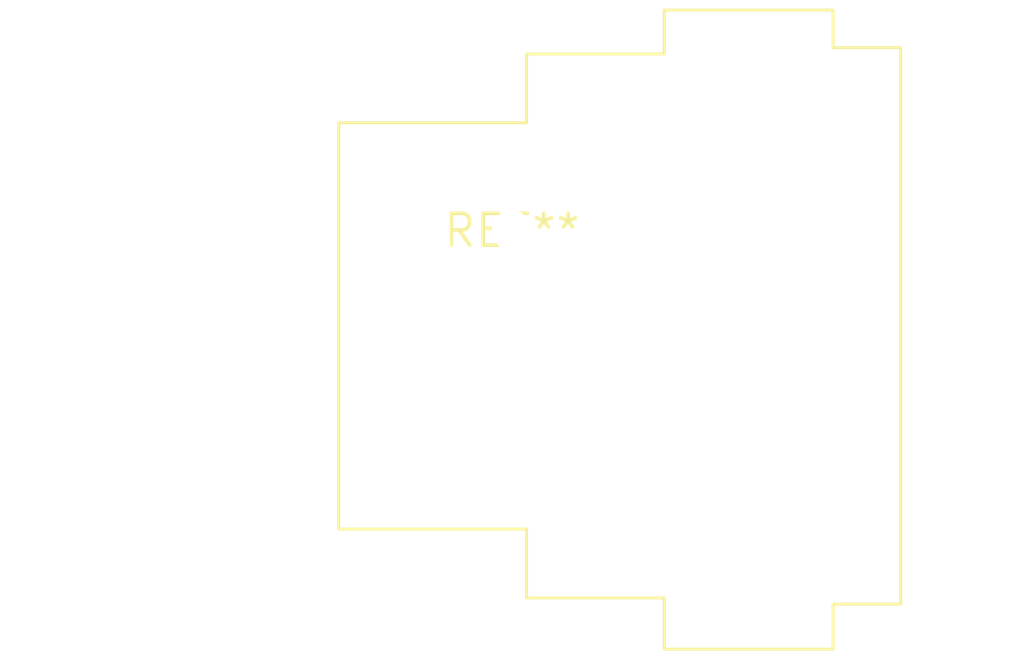
<source format=kicad_pcb>
(kicad_pcb (version 20240108) (generator pcbnew)
  (layers (0 "F.Cu" signal) (31 "B.Cu" signal) (34 "B.Paste" user) (35 "F.Paste" user) (36 "B.SilkS" user "B.Silkscreen") (37 "F.SilkS" user "F.Silkscreen") (38 "B.Mask" user) (39 "F.Mask" user) (44 "Edge.Cuts" user))
  (net 0 "")
  (footprint "Jack_XLR_Neutrik_NC3FBH2-DA_Horizontal" (layer "F.Cu") (at 0 0)
    (property "Reference" "REF**")
    (property "Value" "Jack_XLR_Neutrik_NC3FBH2-DA_Horizontal")
    (fp_line (start -6.92 -4.31) (end -6.92 11.93) (layer "F.SilkS") (stroke (width 0.12)))
    (fp_line (start 0.58 -7.06) (end 0.58 -4.31) (layer "F.SilkS") (stroke (width 0.12)))
    (fp_line (start 0.58 -4.31) (end -6.92 -4.31) (layer "F.SilkS") (stroke (width 0.12)))
    (fp_line (start 0.58 11.93) (end -6.92 11.93) (layer "F.SilkS") (stroke (width 0.12)))
    (fp_line (start 0.58 11.93) (end 0.58 14.68) (layer "F.SilkS") (stroke (width 0.12)))
    (fp_line (start 6.08 -7.06) (end 0.58 -7.06) (layer "F.SilkS") (stroke (width 0.12)))
    (fp_line (start 6.08 -7.06) (end 6.08 -8.81) (layer "F.SilkS") (stroke (width 0.12)))
    (fp_line (start 6.08 14.68) (end 0.58 14.68) (layer "F.SilkS") (stroke (width 0.12)))
    (fp_line (start 6.08 16.73) (end 6.08 14.68) (layer "F.SilkS") (stroke (width 0.12)))
    (fp_line (start 12.82 -8.81) (end 6.08 -8.81) (layer "F.SilkS") (stroke (width 0.12)))
    (fp_line (start 12.82 -8.81) (end 12.82 -7.31) (layer "F.SilkS") (stroke (width 0.12)))
    (fp_line (start 12.82 -7.31) (end 15.52 -7.31) (layer "F.SilkS") (stroke (width 0.12)))
    (fp_line (start 12.82 14.93) (end 12.82 16.73) (layer "F.SilkS") (stroke (width 0.12)))
    (fp_line (start 12.82 14.93) (end 15.52 14.93) (layer "F.SilkS") (stroke (width 0.12)))
    (fp_line (start 12.82 16.73) (end 6.08 16.73) (layer "F.SilkS") (stroke (width 0.12)))
    (fp_line (start 15.52 -7.31) (end 15.52 14.93) (layer "F.SilkS") (stroke (width 0.12)))
    (pad "" np_thru_hole circle (at 3.81 7.62) (size 1.6 1.6) (drill 1.6) (layers *.Cu *.Mask))
    (pad "" np_thru_hole circle (at 8.89 0) (size 1.6 1.6) (drill 1.6) (layers *.Cu *.Mask))
    (pad "1" thru_hole circle (at 0 0) (size 3.4 3.4) (drill 1.6) (layers *.Cu *.Mask) (remove_unused_layers))
    (pad "2" thru_hole circle (at -0.635 7.62) (size 3.4 3.4) (drill 1.6) (layers *.Cu *.Mask) (remove_unused_layers))
    (pad "3" thru_hole circle (at -4.45 3.81) (size 2.9 2.9) (drill 1.2) (layers *.Cu *.Mask) (remove_unused_layers))
    (pad "G" thru_hole circle (at 5.72 -4.44) (size 2.9 2.9) (drill 1.2) (layers *.Cu *.Mask) (remove_unused_layers))
  )
)
</source>
